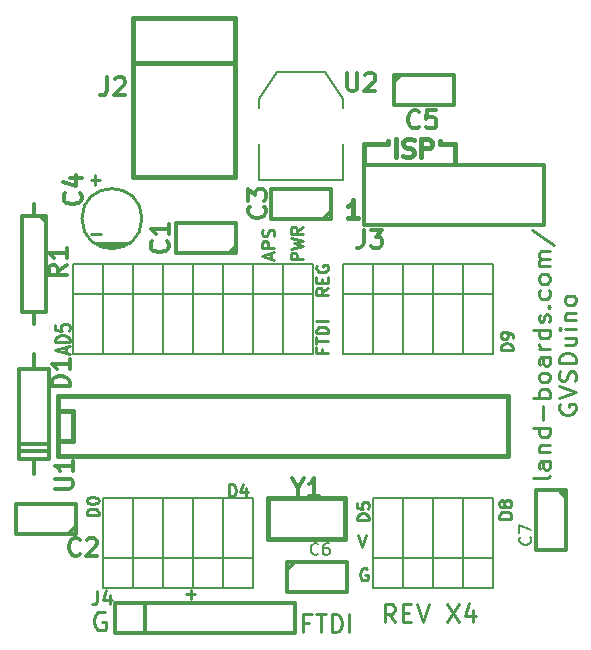
<source format=gto>
G04 (created by PCBNEW (2013-05-31 BZR 4019)-stable) date 7/5/2014 3:34:13 PM*
%MOIN*%
G04 Gerber Fmt 3.4, Leading zero omitted, Abs format*
%FSLAX34Y34*%
G01*
G70*
G90*
G04 APERTURE LIST*
%ADD10C,0.00590551*%
%ADD11C,0.01*%
%ADD12C,0.015*%
%ADD13C,0.008*%
%ADD14C,0.012*%
%ADD15C,0.006*%
%ADD16C,0.01125*%
G04 APERTURE END LIST*
G54D10*
G54D11*
X31611Y-22308D02*
X31211Y-22308D01*
X31211Y-22155D01*
X31230Y-22117D01*
X31250Y-22098D01*
X31288Y-22079D01*
X31345Y-22079D01*
X31383Y-22098D01*
X31402Y-22117D01*
X31421Y-22155D01*
X31421Y-22308D01*
X31211Y-21946D02*
X31611Y-21851D01*
X31326Y-21775D01*
X31611Y-21698D01*
X31211Y-21603D01*
X31611Y-21222D02*
X31421Y-21355D01*
X31611Y-21451D02*
X31211Y-21451D01*
X31211Y-21298D01*
X31230Y-21260D01*
X31250Y-21241D01*
X31288Y-21222D01*
X31345Y-21222D01*
X31383Y-21241D01*
X31402Y-21260D01*
X31421Y-21298D01*
X31421Y-21451D01*
G54D12*
X33471Y-20942D02*
X33128Y-20942D01*
X33300Y-20942D02*
X33300Y-20342D01*
X33242Y-20428D01*
X33185Y-20485D01*
X33128Y-20514D01*
X34450Y-18400D02*
X34450Y-18375D01*
X36200Y-18475D02*
X36200Y-18350D01*
X36675Y-18475D02*
X36200Y-18475D01*
X36675Y-19125D02*
X36675Y-18475D01*
X34450Y-18475D02*
X34450Y-18425D01*
X33650Y-18475D02*
X34450Y-18475D01*
X33650Y-19125D02*
X33650Y-18475D01*
G54D11*
X30547Y-22285D02*
X30547Y-22095D01*
X30661Y-22323D02*
X30261Y-22190D01*
X30661Y-22057D01*
X30661Y-21923D02*
X30261Y-21923D01*
X30261Y-21771D01*
X30280Y-21733D01*
X30300Y-21714D01*
X30338Y-21695D01*
X30395Y-21695D01*
X30433Y-21714D01*
X30452Y-21733D01*
X30471Y-21771D01*
X30471Y-21923D01*
X30642Y-21542D02*
X30661Y-21485D01*
X30661Y-21390D01*
X30642Y-21352D01*
X30623Y-21333D01*
X30585Y-21314D01*
X30547Y-21314D01*
X30509Y-21333D01*
X30490Y-21352D01*
X30471Y-21390D01*
X30452Y-21466D01*
X30433Y-21504D01*
X30414Y-21523D01*
X30376Y-21542D01*
X30338Y-21542D01*
X30300Y-21523D01*
X30280Y-21504D01*
X30261Y-21466D01*
X30261Y-21371D01*
X30280Y-21314D01*
X34697Y-34402D02*
X34497Y-34117D01*
X34354Y-34402D02*
X34354Y-33802D01*
X34582Y-33802D01*
X34639Y-33831D01*
X34668Y-33860D01*
X34697Y-33917D01*
X34697Y-34002D01*
X34668Y-34060D01*
X34639Y-34088D01*
X34582Y-34117D01*
X34354Y-34117D01*
X34954Y-34088D02*
X35154Y-34088D01*
X35239Y-34402D02*
X34954Y-34402D01*
X34954Y-33802D01*
X35239Y-33802D01*
X35411Y-33802D02*
X35611Y-34402D01*
X35811Y-33802D01*
X36411Y-33802D02*
X36811Y-34402D01*
X36811Y-33802D02*
X36411Y-34402D01*
X37297Y-34002D02*
X37297Y-34402D01*
X37154Y-33774D02*
X37011Y-34202D01*
X37382Y-34202D01*
G54D12*
X34714Y-18892D02*
X34714Y-18292D01*
X34971Y-18864D02*
X35057Y-18892D01*
X35200Y-18892D01*
X35257Y-18864D01*
X35285Y-18835D01*
X35314Y-18778D01*
X35314Y-18721D01*
X35285Y-18664D01*
X35257Y-18635D01*
X35200Y-18607D01*
X35085Y-18578D01*
X35028Y-18550D01*
X35000Y-18521D01*
X34971Y-18464D01*
X34971Y-18407D01*
X35000Y-18350D01*
X35028Y-18321D01*
X35085Y-18292D01*
X35228Y-18292D01*
X35314Y-18321D01*
X35571Y-18892D02*
X35571Y-18292D01*
X35800Y-18292D01*
X35857Y-18321D01*
X35885Y-18350D01*
X35914Y-18407D01*
X35914Y-18492D01*
X35885Y-18550D01*
X35857Y-18578D01*
X35800Y-18607D01*
X35571Y-18607D01*
G54D11*
X24547Y-19659D02*
X24852Y-19659D01*
X24700Y-19811D02*
X24700Y-19507D01*
X33449Y-31494D02*
X33582Y-31894D01*
X33716Y-31494D01*
X38567Y-30944D02*
X38167Y-30944D01*
X38167Y-30849D01*
X38186Y-30792D01*
X38224Y-30754D01*
X38262Y-30735D01*
X38338Y-30716D01*
X38395Y-30716D01*
X38472Y-30735D01*
X38510Y-30754D01*
X38548Y-30792D01*
X38567Y-30849D01*
X38567Y-30944D01*
X38338Y-30487D02*
X38319Y-30525D01*
X38300Y-30544D01*
X38262Y-30563D01*
X38243Y-30563D01*
X38205Y-30544D01*
X38186Y-30525D01*
X38167Y-30487D01*
X38167Y-30411D01*
X38186Y-30373D01*
X38205Y-30354D01*
X38243Y-30335D01*
X38262Y-30335D01*
X38300Y-30354D01*
X38319Y-30373D01*
X38338Y-30411D01*
X38338Y-30487D01*
X38357Y-30525D01*
X38376Y-30544D01*
X38415Y-30563D01*
X38491Y-30563D01*
X38529Y-30544D01*
X38548Y-30525D01*
X38567Y-30487D01*
X38567Y-30411D01*
X38548Y-30373D01*
X38529Y-30354D01*
X38491Y-30335D01*
X38415Y-30335D01*
X38376Y-30354D01*
X38357Y-30373D01*
X38338Y-30411D01*
X39847Y-29514D02*
X39821Y-29571D01*
X39769Y-29599D01*
X39297Y-29599D01*
X39847Y-29028D02*
X39559Y-29028D01*
X39507Y-29057D01*
X39480Y-29114D01*
X39480Y-29228D01*
X39507Y-29285D01*
X39821Y-29028D02*
X39847Y-29085D01*
X39847Y-29228D01*
X39821Y-29285D01*
X39769Y-29314D01*
X39716Y-29314D01*
X39664Y-29285D01*
X39638Y-29228D01*
X39638Y-29085D01*
X39611Y-29028D01*
X39480Y-28742D02*
X39847Y-28742D01*
X39533Y-28742D02*
X39507Y-28714D01*
X39480Y-28657D01*
X39480Y-28571D01*
X39507Y-28514D01*
X39559Y-28485D01*
X39847Y-28485D01*
X39847Y-27942D02*
X39297Y-27942D01*
X39821Y-27942D02*
X39847Y-27999D01*
X39847Y-28114D01*
X39821Y-28171D01*
X39795Y-28199D01*
X39742Y-28228D01*
X39585Y-28228D01*
X39533Y-28199D01*
X39507Y-28171D01*
X39480Y-28114D01*
X39480Y-27999D01*
X39507Y-27942D01*
X39638Y-27657D02*
X39638Y-27199D01*
X39847Y-26914D02*
X39297Y-26914D01*
X39507Y-26914D02*
X39480Y-26857D01*
X39480Y-26742D01*
X39507Y-26685D01*
X39533Y-26657D01*
X39585Y-26628D01*
X39742Y-26628D01*
X39795Y-26657D01*
X39821Y-26685D01*
X39847Y-26742D01*
X39847Y-26857D01*
X39821Y-26914D01*
X39847Y-26285D02*
X39821Y-26342D01*
X39795Y-26371D01*
X39742Y-26399D01*
X39585Y-26399D01*
X39533Y-26371D01*
X39507Y-26342D01*
X39480Y-26285D01*
X39480Y-26199D01*
X39507Y-26142D01*
X39533Y-26114D01*
X39585Y-26085D01*
X39742Y-26085D01*
X39795Y-26114D01*
X39821Y-26142D01*
X39847Y-26199D01*
X39847Y-26285D01*
X39847Y-25571D02*
X39559Y-25571D01*
X39507Y-25599D01*
X39480Y-25657D01*
X39480Y-25771D01*
X39507Y-25828D01*
X39821Y-25571D02*
X39847Y-25628D01*
X39847Y-25771D01*
X39821Y-25828D01*
X39769Y-25857D01*
X39716Y-25857D01*
X39664Y-25828D01*
X39638Y-25771D01*
X39638Y-25628D01*
X39611Y-25571D01*
X39847Y-25285D02*
X39480Y-25285D01*
X39585Y-25285D02*
X39533Y-25257D01*
X39507Y-25228D01*
X39480Y-25171D01*
X39480Y-25114D01*
X39847Y-24657D02*
X39297Y-24657D01*
X39821Y-24657D02*
X39847Y-24714D01*
X39847Y-24828D01*
X39821Y-24885D01*
X39795Y-24914D01*
X39742Y-24942D01*
X39585Y-24942D01*
X39533Y-24914D01*
X39507Y-24885D01*
X39480Y-24828D01*
X39480Y-24714D01*
X39507Y-24657D01*
X39821Y-24399D02*
X39847Y-24342D01*
X39847Y-24228D01*
X39821Y-24171D01*
X39769Y-24142D01*
X39742Y-24142D01*
X39690Y-24171D01*
X39664Y-24228D01*
X39664Y-24314D01*
X39638Y-24371D01*
X39585Y-24399D01*
X39559Y-24399D01*
X39507Y-24371D01*
X39480Y-24314D01*
X39480Y-24228D01*
X39507Y-24171D01*
X39795Y-23885D02*
X39821Y-23857D01*
X39847Y-23885D01*
X39821Y-23914D01*
X39795Y-23885D01*
X39847Y-23885D01*
X39821Y-23342D02*
X39847Y-23400D01*
X39847Y-23514D01*
X39821Y-23571D01*
X39795Y-23600D01*
X39742Y-23628D01*
X39585Y-23628D01*
X39533Y-23600D01*
X39507Y-23571D01*
X39480Y-23514D01*
X39480Y-23400D01*
X39507Y-23342D01*
X39847Y-23000D02*
X39821Y-23057D01*
X39795Y-23085D01*
X39742Y-23114D01*
X39585Y-23114D01*
X39533Y-23085D01*
X39507Y-23057D01*
X39480Y-23000D01*
X39480Y-22914D01*
X39507Y-22857D01*
X39533Y-22828D01*
X39585Y-22800D01*
X39742Y-22800D01*
X39795Y-22828D01*
X39821Y-22857D01*
X39847Y-22914D01*
X39847Y-23000D01*
X39847Y-22542D02*
X39480Y-22542D01*
X39533Y-22542D02*
X39507Y-22514D01*
X39480Y-22457D01*
X39480Y-22371D01*
X39507Y-22314D01*
X39559Y-22285D01*
X39847Y-22285D01*
X39559Y-22285D02*
X39507Y-22257D01*
X39480Y-22200D01*
X39480Y-22114D01*
X39507Y-22057D01*
X39559Y-22028D01*
X39847Y-22028D01*
X39271Y-21314D02*
X39978Y-21828D01*
X40193Y-27142D02*
X40167Y-27200D01*
X40167Y-27285D01*
X40193Y-27371D01*
X40246Y-27428D01*
X40298Y-27457D01*
X40403Y-27485D01*
X40481Y-27485D01*
X40586Y-27457D01*
X40639Y-27428D01*
X40691Y-27371D01*
X40717Y-27285D01*
X40717Y-27228D01*
X40691Y-27142D01*
X40665Y-27114D01*
X40481Y-27114D01*
X40481Y-27228D01*
X40167Y-26942D02*
X40717Y-26742D01*
X40167Y-26542D01*
X40691Y-26371D02*
X40717Y-26285D01*
X40717Y-26142D01*
X40691Y-26085D01*
X40665Y-26057D01*
X40612Y-26028D01*
X40560Y-26028D01*
X40508Y-26057D01*
X40481Y-26085D01*
X40455Y-26142D01*
X40429Y-26257D01*
X40403Y-26314D01*
X40377Y-26342D01*
X40324Y-26371D01*
X40272Y-26371D01*
X40220Y-26342D01*
X40193Y-26314D01*
X40167Y-26257D01*
X40167Y-26114D01*
X40193Y-26028D01*
X40717Y-25771D02*
X40167Y-25771D01*
X40167Y-25628D01*
X40193Y-25542D01*
X40246Y-25485D01*
X40298Y-25457D01*
X40403Y-25428D01*
X40481Y-25428D01*
X40586Y-25457D01*
X40639Y-25485D01*
X40691Y-25542D01*
X40717Y-25628D01*
X40717Y-25771D01*
X40350Y-24914D02*
X40717Y-24914D01*
X40350Y-25171D02*
X40639Y-25171D01*
X40691Y-25142D01*
X40717Y-25085D01*
X40717Y-24999D01*
X40691Y-24942D01*
X40665Y-24914D01*
X40717Y-24628D02*
X40350Y-24628D01*
X40167Y-24628D02*
X40193Y-24657D01*
X40220Y-24628D01*
X40193Y-24599D01*
X40167Y-24628D01*
X40220Y-24628D01*
X40350Y-24342D02*
X40717Y-24342D01*
X40403Y-24342D02*
X40377Y-24314D01*
X40350Y-24257D01*
X40350Y-24171D01*
X40377Y-24114D01*
X40429Y-24085D01*
X40717Y-24085D01*
X40717Y-23714D02*
X40691Y-23771D01*
X40665Y-23800D01*
X40612Y-23828D01*
X40455Y-23828D01*
X40403Y-23800D01*
X40377Y-23771D01*
X40350Y-23714D01*
X40350Y-23628D01*
X40377Y-23571D01*
X40403Y-23542D01*
X40455Y-23514D01*
X40612Y-23514D01*
X40665Y-23542D01*
X40691Y-23571D01*
X40717Y-23628D01*
X40717Y-23714D01*
X32252Y-25290D02*
X32252Y-25423D01*
X32461Y-25423D02*
X32061Y-25423D01*
X32061Y-25233D01*
X32061Y-25138D02*
X32061Y-24909D01*
X32461Y-25023D02*
X32061Y-25023D01*
X32461Y-24776D02*
X32061Y-24776D01*
X32061Y-24680D01*
X32080Y-24623D01*
X32119Y-24585D01*
X32157Y-24566D01*
X32233Y-24547D01*
X32290Y-24547D01*
X32366Y-24566D01*
X32404Y-24585D01*
X32442Y-24623D01*
X32461Y-24680D01*
X32461Y-24776D01*
X32461Y-24376D02*
X32061Y-24376D01*
X32461Y-23257D02*
X32271Y-23390D01*
X32461Y-23485D02*
X32061Y-23485D01*
X32061Y-23333D01*
X32080Y-23295D01*
X32100Y-23276D01*
X32138Y-23257D01*
X32195Y-23257D01*
X32233Y-23276D01*
X32252Y-23295D01*
X32271Y-23333D01*
X32271Y-23485D01*
X32252Y-23085D02*
X32252Y-22952D01*
X32461Y-22895D02*
X32461Y-23085D01*
X32061Y-23085D01*
X32061Y-22895D01*
X32080Y-22514D02*
X32061Y-22552D01*
X32061Y-22609D01*
X32080Y-22666D01*
X32119Y-22704D01*
X32157Y-22723D01*
X32233Y-22742D01*
X32290Y-22742D01*
X32366Y-22723D01*
X32404Y-22704D01*
X32442Y-22666D01*
X32461Y-22609D01*
X32461Y-22571D01*
X32442Y-22514D01*
X32423Y-22495D01*
X32290Y-22495D01*
X32290Y-22571D01*
X29158Y-30209D02*
X29158Y-29809D01*
X29253Y-29809D01*
X29310Y-29828D01*
X29348Y-29867D01*
X29367Y-29905D01*
X29386Y-29981D01*
X29386Y-30038D01*
X29367Y-30114D01*
X29348Y-30152D01*
X29310Y-30190D01*
X29253Y-30209D01*
X29158Y-30209D01*
X29729Y-29943D02*
X29729Y-30209D01*
X29634Y-29790D02*
X29539Y-30076D01*
X29786Y-30076D01*
X25024Y-34075D02*
X24964Y-34045D01*
X24874Y-34045D01*
X24785Y-34075D01*
X24725Y-34135D01*
X24695Y-34195D01*
X24665Y-34315D01*
X24665Y-34405D01*
X24695Y-34524D01*
X24725Y-34584D01*
X24785Y-34644D01*
X24874Y-34674D01*
X24934Y-34674D01*
X25024Y-34644D01*
X25054Y-34614D01*
X25054Y-34405D01*
X24934Y-34405D01*
X33823Y-31003D02*
X33423Y-31003D01*
X33423Y-30908D01*
X33442Y-30851D01*
X33480Y-30813D01*
X33518Y-30794D01*
X33594Y-30775D01*
X33651Y-30775D01*
X33728Y-30794D01*
X33766Y-30813D01*
X33804Y-30851D01*
X33823Y-30908D01*
X33823Y-31003D01*
X33423Y-30413D02*
X33423Y-30603D01*
X33613Y-30622D01*
X33594Y-30603D01*
X33575Y-30565D01*
X33575Y-30470D01*
X33594Y-30432D01*
X33613Y-30413D01*
X33651Y-30394D01*
X33747Y-30394D01*
X33785Y-30413D01*
X33804Y-30432D01*
X33823Y-30470D01*
X33823Y-30565D01*
X33804Y-30603D01*
X33785Y-30622D01*
X27721Y-33474D02*
X28026Y-33474D01*
X27874Y-33626D02*
X27874Y-33321D01*
X33758Y-32628D02*
X33720Y-32609D01*
X33663Y-32609D01*
X33605Y-32628D01*
X33567Y-32667D01*
X33548Y-32705D01*
X33529Y-32781D01*
X33529Y-32838D01*
X33548Y-32914D01*
X33567Y-32952D01*
X33605Y-32990D01*
X33663Y-33009D01*
X33701Y-33009D01*
X33758Y-32990D01*
X33777Y-32971D01*
X33777Y-32838D01*
X33701Y-32838D01*
X24815Y-30843D02*
X24415Y-30843D01*
X24415Y-30748D01*
X24434Y-30690D01*
X24472Y-30652D01*
X24510Y-30633D01*
X24586Y-30614D01*
X24644Y-30614D01*
X24720Y-30633D01*
X24758Y-30652D01*
X24796Y-30690D01*
X24815Y-30748D01*
X24815Y-30843D01*
X24415Y-30367D02*
X24415Y-30328D01*
X24434Y-30290D01*
X24453Y-30271D01*
X24491Y-30252D01*
X24567Y-30233D01*
X24663Y-30233D01*
X24739Y-30252D01*
X24777Y-30271D01*
X24796Y-30290D01*
X24815Y-30328D01*
X24815Y-30367D01*
X24796Y-30405D01*
X24777Y-30424D01*
X24739Y-30443D01*
X24663Y-30462D01*
X24567Y-30462D01*
X24491Y-30443D01*
X24453Y-30424D01*
X24434Y-30405D01*
X24415Y-30367D01*
X38611Y-25335D02*
X38211Y-25335D01*
X38211Y-25239D01*
X38230Y-25182D01*
X38269Y-25144D01*
X38307Y-25125D01*
X38383Y-25106D01*
X38440Y-25106D01*
X38516Y-25125D01*
X38554Y-25144D01*
X38592Y-25182D01*
X38611Y-25239D01*
X38611Y-25335D01*
X38611Y-24916D02*
X38611Y-24839D01*
X38592Y-24801D01*
X38573Y-24782D01*
X38516Y-24744D01*
X38440Y-24725D01*
X38288Y-24725D01*
X38250Y-24744D01*
X38230Y-24763D01*
X38211Y-24801D01*
X38211Y-24878D01*
X38230Y-24916D01*
X38250Y-24935D01*
X38288Y-24954D01*
X38383Y-24954D01*
X38421Y-24935D01*
X38440Y-24916D01*
X38459Y-24878D01*
X38459Y-24801D01*
X38440Y-24763D01*
X38421Y-24744D01*
X38383Y-24725D01*
X23713Y-25433D02*
X23713Y-25243D01*
X23855Y-25471D02*
X23355Y-25338D01*
X23855Y-25205D01*
X23855Y-25071D02*
X23355Y-25071D01*
X23355Y-24976D01*
X23379Y-24919D01*
X23427Y-24881D01*
X23474Y-24862D01*
X23570Y-24843D01*
X23641Y-24843D01*
X23736Y-24862D01*
X23784Y-24881D01*
X23832Y-24919D01*
X23855Y-24976D01*
X23855Y-25071D01*
X23355Y-24481D02*
X23355Y-24671D01*
X23594Y-24690D01*
X23570Y-24671D01*
X23546Y-24633D01*
X23546Y-24538D01*
X23570Y-24500D01*
X23594Y-24481D01*
X23641Y-24462D01*
X23760Y-24462D01*
X23808Y-24481D01*
X23832Y-24500D01*
X23855Y-24538D01*
X23855Y-24633D01*
X23832Y-24671D01*
X23808Y-24690D01*
X31823Y-34419D02*
X31626Y-34419D01*
X31626Y-34729D02*
X31626Y-34138D01*
X31907Y-34138D01*
X32048Y-34138D02*
X32385Y-34138D01*
X32217Y-34729D02*
X32217Y-34138D01*
X32582Y-34729D02*
X32582Y-34138D01*
X32723Y-34138D01*
X32807Y-34166D01*
X32864Y-34222D01*
X32892Y-34279D01*
X32920Y-34391D01*
X32920Y-34475D01*
X32892Y-34588D01*
X32864Y-34644D01*
X32807Y-34700D01*
X32723Y-34729D01*
X32582Y-34729D01*
X33173Y-34729D02*
X33173Y-34138D01*
G54D13*
X30153Y-18448D02*
X30153Y-19648D01*
X30153Y-19648D02*
X32953Y-19648D01*
X32953Y-19648D02*
X32953Y-18448D01*
X30153Y-17248D02*
X30153Y-16948D01*
X30153Y-16948D02*
X30753Y-16048D01*
X30753Y-16048D02*
X32353Y-16048D01*
X32353Y-16048D02*
X32953Y-16948D01*
X32953Y-16948D02*
X32953Y-17248D01*
G54D14*
X34673Y-16148D02*
X36653Y-16148D01*
X36653Y-16148D02*
X36653Y-17148D01*
X36653Y-17148D02*
X34653Y-17148D01*
X34653Y-17148D02*
X34653Y-16148D01*
X34653Y-16398D02*
X34903Y-16148D01*
X32533Y-20948D02*
X30553Y-20948D01*
X30553Y-20948D02*
X30553Y-19948D01*
X30553Y-19948D02*
X32553Y-19948D01*
X32553Y-19948D02*
X32553Y-20948D01*
X32553Y-20698D02*
X32303Y-20948D01*
X24033Y-31448D02*
X22053Y-31448D01*
X22053Y-31448D02*
X22053Y-30448D01*
X22053Y-30448D02*
X24053Y-30448D01*
X24053Y-30448D02*
X24053Y-31448D01*
X24053Y-31198D02*
X23803Y-31448D01*
X29380Y-22100D02*
X27400Y-22100D01*
X27400Y-22100D02*
X27400Y-21100D01*
X27400Y-21100D02*
X29400Y-21100D01*
X29400Y-21100D02*
X29400Y-22100D01*
X29400Y-21850D02*
X29150Y-22100D01*
G54D12*
X23453Y-26848D02*
X38453Y-26848D01*
X38453Y-26848D02*
X38453Y-28848D01*
X38453Y-28848D02*
X23453Y-28848D01*
X23453Y-28848D02*
X23453Y-26848D01*
X23453Y-27348D02*
X23953Y-27348D01*
X23953Y-27348D02*
X23953Y-28348D01*
X23953Y-28348D02*
X23453Y-28348D01*
G54D11*
X24903Y-21448D02*
X24553Y-21448D01*
X24853Y-21848D02*
X25653Y-21848D01*
X25653Y-21848D02*
X25653Y-21798D01*
X25653Y-21798D02*
X24853Y-21798D01*
X25853Y-21748D02*
X24653Y-21748D01*
X26253Y-20948D02*
G75*
G03X26253Y-20948I-1000J0D01*
G74*
G01*
G54D14*
X25346Y-34751D02*
X25346Y-33751D01*
X25346Y-33751D02*
X31346Y-33751D01*
X31346Y-33751D02*
X31346Y-34751D01*
X31346Y-34751D02*
X25346Y-34751D01*
X26346Y-34751D02*
X26346Y-33751D01*
G54D15*
X29953Y-33248D02*
X28953Y-33248D01*
X28953Y-33248D02*
X28953Y-30248D01*
X28953Y-30248D02*
X29953Y-30248D01*
X29953Y-30248D02*
X29953Y-33248D01*
X28953Y-32248D02*
X29953Y-32248D01*
X32953Y-22448D02*
X33953Y-22448D01*
X33953Y-22448D02*
X33953Y-25448D01*
X33953Y-25448D02*
X32953Y-25448D01*
X32953Y-25448D02*
X32953Y-22448D01*
X33953Y-23448D02*
X32953Y-23448D01*
X33953Y-22448D02*
X34953Y-22448D01*
X34953Y-22448D02*
X34953Y-25448D01*
X34953Y-25448D02*
X33953Y-25448D01*
X33953Y-25448D02*
X33953Y-22448D01*
X34953Y-23448D02*
X33953Y-23448D01*
X34953Y-22448D02*
X35953Y-22448D01*
X35953Y-22448D02*
X35953Y-25448D01*
X35953Y-25448D02*
X34953Y-25448D01*
X34953Y-25448D02*
X34953Y-22448D01*
X35953Y-23448D02*
X34953Y-23448D01*
X35953Y-22448D02*
X36953Y-22448D01*
X36953Y-22448D02*
X36953Y-25448D01*
X36953Y-25448D02*
X35953Y-25448D01*
X35953Y-25448D02*
X35953Y-22448D01*
X36953Y-23448D02*
X35953Y-23448D01*
X36953Y-22448D02*
X37953Y-22448D01*
X37953Y-22448D02*
X37953Y-25448D01*
X37953Y-25448D02*
X36953Y-25448D01*
X36953Y-25448D02*
X36953Y-22448D01*
X37953Y-23448D02*
X36953Y-23448D01*
X37953Y-33248D02*
X36953Y-33248D01*
X36953Y-33248D02*
X36953Y-30248D01*
X36953Y-30248D02*
X37953Y-30248D01*
X37953Y-30248D02*
X37953Y-33248D01*
X36953Y-32248D02*
X37953Y-32248D01*
X36953Y-33248D02*
X35953Y-33248D01*
X35953Y-33248D02*
X35953Y-30248D01*
X35953Y-30248D02*
X36953Y-30248D01*
X36953Y-30248D02*
X36953Y-33248D01*
X35953Y-32248D02*
X36953Y-32248D01*
X35953Y-33248D02*
X34953Y-33248D01*
X34953Y-33248D02*
X34953Y-30248D01*
X34953Y-30248D02*
X35953Y-30248D01*
X35953Y-30248D02*
X35953Y-33248D01*
X34953Y-32248D02*
X35953Y-32248D01*
X34953Y-33248D02*
X33953Y-33248D01*
X33953Y-33248D02*
X33953Y-30248D01*
X33953Y-30248D02*
X34953Y-30248D01*
X34953Y-30248D02*
X34953Y-33248D01*
X33953Y-32248D02*
X34953Y-32248D01*
X28953Y-22448D02*
X29953Y-22448D01*
X29953Y-22448D02*
X29953Y-25448D01*
X29953Y-25448D02*
X28953Y-25448D01*
X28953Y-25448D02*
X28953Y-22448D01*
X29953Y-23448D02*
X28953Y-23448D01*
X28953Y-33248D02*
X27953Y-33248D01*
X27953Y-33248D02*
X27953Y-30248D01*
X27953Y-30248D02*
X28953Y-30248D01*
X28953Y-30248D02*
X28953Y-33248D01*
X27953Y-32248D02*
X28953Y-32248D01*
X27953Y-33248D02*
X26953Y-33248D01*
X26953Y-33248D02*
X26953Y-30248D01*
X26953Y-30248D02*
X27953Y-30248D01*
X27953Y-30248D02*
X27953Y-33248D01*
X26953Y-32248D02*
X27953Y-32248D01*
X26953Y-33248D02*
X25953Y-33248D01*
X25953Y-33248D02*
X25953Y-30248D01*
X25953Y-30248D02*
X26953Y-30248D01*
X26953Y-30248D02*
X26953Y-33248D01*
X25953Y-32248D02*
X26953Y-32248D01*
X25953Y-33248D02*
X24953Y-33248D01*
X24953Y-33248D02*
X24953Y-30248D01*
X24953Y-30248D02*
X25953Y-30248D01*
X25953Y-30248D02*
X25953Y-33248D01*
X24953Y-32248D02*
X25953Y-32248D01*
X23953Y-22448D02*
X24953Y-22448D01*
X24953Y-22448D02*
X24953Y-25448D01*
X24953Y-25448D02*
X23953Y-25448D01*
X23953Y-25448D02*
X23953Y-22448D01*
X24953Y-23448D02*
X23953Y-23448D01*
X24953Y-22448D02*
X25953Y-22448D01*
X25953Y-22448D02*
X25953Y-25448D01*
X25953Y-25448D02*
X24953Y-25448D01*
X24953Y-25448D02*
X24953Y-22448D01*
X25953Y-23448D02*
X24953Y-23448D01*
X25953Y-22448D02*
X26953Y-22448D01*
X26953Y-22448D02*
X26953Y-25448D01*
X26953Y-25448D02*
X25953Y-25448D01*
X25953Y-25448D02*
X25953Y-22448D01*
X26953Y-23448D02*
X25953Y-23448D01*
X26953Y-22448D02*
X27953Y-22448D01*
X27953Y-22448D02*
X27953Y-25448D01*
X27953Y-25448D02*
X26953Y-25448D01*
X26953Y-25448D02*
X26953Y-22448D01*
X27953Y-23448D02*
X26953Y-23448D01*
X27953Y-22448D02*
X28953Y-22448D01*
X28953Y-22448D02*
X28953Y-25448D01*
X28953Y-25448D02*
X27953Y-25448D01*
X27953Y-25448D02*
X27953Y-22448D01*
X28953Y-23448D02*
X27953Y-23448D01*
G54D14*
X23153Y-25948D02*
X23153Y-28948D01*
X23153Y-28948D02*
X22153Y-28948D01*
X22153Y-28948D02*
X22153Y-25948D01*
X22153Y-25948D02*
X23153Y-25948D01*
X23153Y-28698D02*
X22153Y-28698D01*
X22153Y-28448D02*
X23153Y-28448D01*
X22653Y-25948D02*
X22653Y-25448D01*
X22653Y-28948D02*
X22653Y-29448D01*
X22653Y-20448D02*
X22653Y-20848D01*
X22653Y-20848D02*
X23053Y-20848D01*
X23053Y-20848D02*
X23053Y-24048D01*
X23053Y-24048D02*
X22253Y-24048D01*
X22253Y-24048D02*
X22253Y-20848D01*
X22253Y-20848D02*
X22653Y-20848D01*
X22853Y-20848D02*
X23053Y-21048D01*
X22653Y-24448D02*
X22653Y-24048D01*
G54D15*
X29953Y-22448D02*
X30953Y-22448D01*
X30953Y-22448D02*
X30953Y-25448D01*
X30953Y-25448D02*
X29953Y-25448D01*
X29953Y-25448D02*
X29953Y-22448D01*
X30953Y-23448D02*
X29953Y-23448D01*
X30953Y-22448D02*
X31953Y-22448D01*
X31953Y-22448D02*
X31953Y-25448D01*
X31953Y-25448D02*
X30953Y-25448D01*
X30953Y-25448D02*
X30953Y-22448D01*
X31953Y-23448D02*
X30953Y-23448D01*
G54D12*
X30473Y-30259D02*
X33033Y-30259D01*
X33033Y-30259D02*
X33033Y-31637D01*
X33033Y-31637D02*
X30473Y-31637D01*
X30473Y-31637D02*
X30473Y-30259D01*
G54D14*
X33653Y-19148D02*
X39653Y-19148D01*
X39653Y-19148D02*
X39653Y-21148D01*
X39653Y-21148D02*
X33653Y-21148D01*
X33653Y-21148D02*
X33653Y-19148D01*
G54D12*
X29350Y-14550D02*
X29350Y-14250D01*
X29350Y-14250D02*
X25950Y-14250D01*
X25950Y-14250D02*
X25950Y-14550D01*
X29350Y-15750D02*
X25950Y-15750D01*
X29350Y-19550D02*
X25950Y-19550D01*
X25950Y-14550D02*
X25950Y-19550D01*
X29350Y-14550D02*
X29350Y-19550D01*
G54D14*
X31120Y-32400D02*
X33100Y-32400D01*
X33100Y-32400D02*
X33100Y-33400D01*
X33100Y-33400D02*
X31100Y-33400D01*
X31100Y-33400D02*
X31100Y-32400D01*
X31100Y-32650D02*
X31350Y-32400D01*
X40400Y-30020D02*
X40400Y-32000D01*
X40400Y-32000D02*
X39400Y-32000D01*
X39400Y-32000D02*
X39400Y-30000D01*
X39400Y-30000D02*
X40400Y-30000D01*
X40150Y-30000D02*
X40400Y-30250D01*
X33096Y-16090D02*
X33096Y-16576D01*
X33124Y-16633D01*
X33153Y-16662D01*
X33210Y-16690D01*
X33324Y-16690D01*
X33382Y-16662D01*
X33410Y-16633D01*
X33439Y-16576D01*
X33439Y-16090D01*
X33696Y-16148D02*
X33724Y-16119D01*
X33782Y-16090D01*
X33924Y-16090D01*
X33982Y-16119D01*
X34010Y-16148D01*
X34039Y-16205D01*
X34039Y-16262D01*
X34010Y-16348D01*
X33667Y-16690D01*
X34039Y-16690D01*
X35500Y-17885D02*
X35471Y-17914D01*
X35385Y-17942D01*
X35328Y-17942D01*
X35242Y-17914D01*
X35185Y-17857D01*
X35157Y-17800D01*
X35128Y-17685D01*
X35128Y-17600D01*
X35157Y-17485D01*
X35185Y-17428D01*
X35242Y-17371D01*
X35328Y-17342D01*
X35385Y-17342D01*
X35471Y-17371D01*
X35500Y-17400D01*
X36042Y-17342D02*
X35757Y-17342D01*
X35728Y-17628D01*
X35757Y-17600D01*
X35814Y-17571D01*
X35957Y-17571D01*
X36014Y-17600D01*
X36042Y-17628D01*
X36071Y-17685D01*
X36071Y-17828D01*
X36042Y-17885D01*
X36014Y-17914D01*
X35957Y-17942D01*
X35814Y-17942D01*
X35757Y-17914D01*
X35728Y-17885D01*
X30339Y-20548D02*
X30367Y-20576D01*
X30396Y-20662D01*
X30396Y-20719D01*
X30367Y-20805D01*
X30310Y-20862D01*
X30253Y-20890D01*
X30139Y-20919D01*
X30053Y-20919D01*
X29939Y-20890D01*
X29882Y-20862D01*
X29824Y-20805D01*
X29796Y-20719D01*
X29796Y-20662D01*
X29824Y-20576D01*
X29853Y-20548D01*
X29796Y-20348D02*
X29796Y-19976D01*
X30024Y-20176D01*
X30024Y-20090D01*
X30053Y-20033D01*
X30082Y-20005D01*
X30139Y-19976D01*
X30282Y-19976D01*
X30339Y-20005D01*
X30367Y-20033D01*
X30396Y-20090D01*
X30396Y-20262D01*
X30367Y-20319D01*
X30339Y-20348D01*
X24191Y-32134D02*
X24162Y-32163D01*
X24077Y-32191D01*
X24019Y-32191D01*
X23934Y-32163D01*
X23877Y-32105D01*
X23848Y-32048D01*
X23819Y-31934D01*
X23819Y-31848D01*
X23848Y-31734D01*
X23877Y-31677D01*
X23934Y-31620D01*
X24019Y-31591D01*
X24077Y-31591D01*
X24162Y-31620D01*
X24191Y-31648D01*
X24419Y-31648D02*
X24448Y-31620D01*
X24505Y-31591D01*
X24648Y-31591D01*
X24705Y-31620D01*
X24734Y-31648D01*
X24762Y-31705D01*
X24762Y-31763D01*
X24734Y-31848D01*
X24391Y-32191D01*
X24762Y-32191D01*
X27085Y-21700D02*
X27114Y-21728D01*
X27142Y-21814D01*
X27142Y-21871D01*
X27114Y-21957D01*
X27057Y-22014D01*
X27000Y-22042D01*
X26885Y-22071D01*
X26800Y-22071D01*
X26685Y-22042D01*
X26628Y-22014D01*
X26571Y-21957D01*
X26542Y-21871D01*
X26542Y-21814D01*
X26571Y-21728D01*
X26600Y-21700D01*
X27142Y-21128D02*
X27142Y-21471D01*
X27142Y-21300D02*
X26542Y-21300D01*
X26628Y-21357D01*
X26685Y-21414D01*
X26714Y-21471D01*
X23342Y-29957D02*
X23828Y-29957D01*
X23885Y-29928D01*
X23914Y-29900D01*
X23942Y-29842D01*
X23942Y-29728D01*
X23914Y-29671D01*
X23885Y-29642D01*
X23828Y-29614D01*
X23342Y-29614D01*
X23942Y-29014D02*
X23942Y-29357D01*
X23942Y-29185D02*
X23342Y-29185D01*
X23428Y-29242D01*
X23485Y-29300D01*
X23514Y-29357D01*
X24185Y-20100D02*
X24214Y-20128D01*
X24242Y-20214D01*
X24242Y-20271D01*
X24214Y-20357D01*
X24157Y-20414D01*
X24100Y-20442D01*
X23985Y-20471D01*
X23900Y-20471D01*
X23785Y-20442D01*
X23728Y-20414D01*
X23671Y-20357D01*
X23642Y-20271D01*
X23642Y-20214D01*
X23671Y-20128D01*
X23700Y-20100D01*
X23842Y-19585D02*
X24242Y-19585D01*
X23614Y-19728D02*
X24042Y-19871D01*
X24042Y-19500D01*
G54D16*
X24771Y-33354D02*
X24771Y-33675D01*
X24749Y-33739D01*
X24706Y-33782D01*
X24642Y-33804D01*
X24599Y-33804D01*
X25178Y-33504D02*
X25178Y-33804D01*
X25071Y-33332D02*
X24964Y-33654D01*
X25242Y-33654D01*
G54D14*
X23842Y-26542D02*
X23242Y-26542D01*
X23242Y-26400D01*
X23271Y-26314D01*
X23328Y-26257D01*
X23385Y-26228D01*
X23500Y-26200D01*
X23585Y-26200D01*
X23700Y-26228D01*
X23757Y-26257D01*
X23814Y-26314D01*
X23842Y-26400D01*
X23842Y-26542D01*
X23842Y-25628D02*
X23842Y-25971D01*
X23842Y-25800D02*
X23242Y-25800D01*
X23328Y-25857D01*
X23385Y-25914D01*
X23414Y-25971D01*
X23742Y-22500D02*
X23457Y-22700D01*
X23742Y-22842D02*
X23142Y-22842D01*
X23142Y-22614D01*
X23171Y-22557D01*
X23200Y-22528D01*
X23257Y-22500D01*
X23342Y-22500D01*
X23400Y-22528D01*
X23428Y-22557D01*
X23457Y-22614D01*
X23457Y-22842D01*
X23742Y-21928D02*
X23742Y-22271D01*
X23742Y-22100D02*
X23142Y-22100D01*
X23228Y-22157D01*
X23285Y-22214D01*
X23314Y-22271D01*
X31447Y-29921D02*
X31447Y-30206D01*
X31247Y-29606D02*
X31447Y-29921D01*
X31647Y-29606D01*
X32162Y-30206D02*
X31819Y-30206D01*
X31990Y-30206D02*
X31990Y-29606D01*
X31933Y-29692D01*
X31876Y-29749D01*
X31819Y-29778D01*
X33658Y-21316D02*
X33658Y-21744D01*
X33629Y-21830D01*
X33572Y-21887D01*
X33486Y-21916D01*
X33429Y-21916D01*
X33886Y-21316D02*
X34258Y-21316D01*
X34058Y-21544D01*
X34143Y-21544D01*
X34201Y-21573D01*
X34229Y-21601D01*
X34258Y-21658D01*
X34258Y-21801D01*
X34229Y-21858D01*
X34201Y-21887D01*
X34143Y-21916D01*
X33972Y-21916D01*
X33915Y-21887D01*
X33886Y-21858D01*
X25100Y-16242D02*
X25100Y-16671D01*
X25071Y-16757D01*
X25014Y-16814D01*
X24928Y-16842D01*
X24871Y-16842D01*
X25357Y-16300D02*
X25385Y-16271D01*
X25442Y-16242D01*
X25585Y-16242D01*
X25642Y-16271D01*
X25671Y-16300D01*
X25700Y-16357D01*
X25700Y-16414D01*
X25671Y-16500D01*
X25328Y-16842D01*
X25700Y-16842D01*
G54D13*
X32133Y-32123D02*
X32114Y-32142D01*
X32057Y-32161D01*
X32019Y-32161D01*
X31961Y-32142D01*
X31923Y-32104D01*
X31904Y-32066D01*
X31885Y-31990D01*
X31885Y-31933D01*
X31904Y-31857D01*
X31923Y-31819D01*
X31961Y-31780D01*
X32019Y-31761D01*
X32057Y-31761D01*
X32114Y-31780D01*
X32133Y-31800D01*
X32476Y-31761D02*
X32400Y-31761D01*
X32361Y-31780D01*
X32342Y-31800D01*
X32304Y-31857D01*
X32285Y-31933D01*
X32285Y-32085D01*
X32304Y-32123D01*
X32323Y-32142D01*
X32361Y-32161D01*
X32438Y-32161D01*
X32476Y-32142D01*
X32495Y-32123D01*
X32514Y-32085D01*
X32514Y-31990D01*
X32495Y-31952D01*
X32476Y-31933D01*
X32438Y-31914D01*
X32361Y-31914D01*
X32323Y-31933D01*
X32304Y-31952D01*
X32285Y-31990D01*
X39198Y-31566D02*
X39217Y-31585D01*
X39236Y-31642D01*
X39236Y-31680D01*
X39217Y-31738D01*
X39179Y-31776D01*
X39141Y-31795D01*
X39065Y-31814D01*
X39008Y-31814D01*
X38932Y-31795D01*
X38894Y-31776D01*
X38855Y-31738D01*
X38836Y-31680D01*
X38836Y-31642D01*
X38855Y-31585D01*
X38875Y-31566D01*
X38836Y-31433D02*
X38836Y-31166D01*
X39236Y-31338D01*
M02*

</source>
